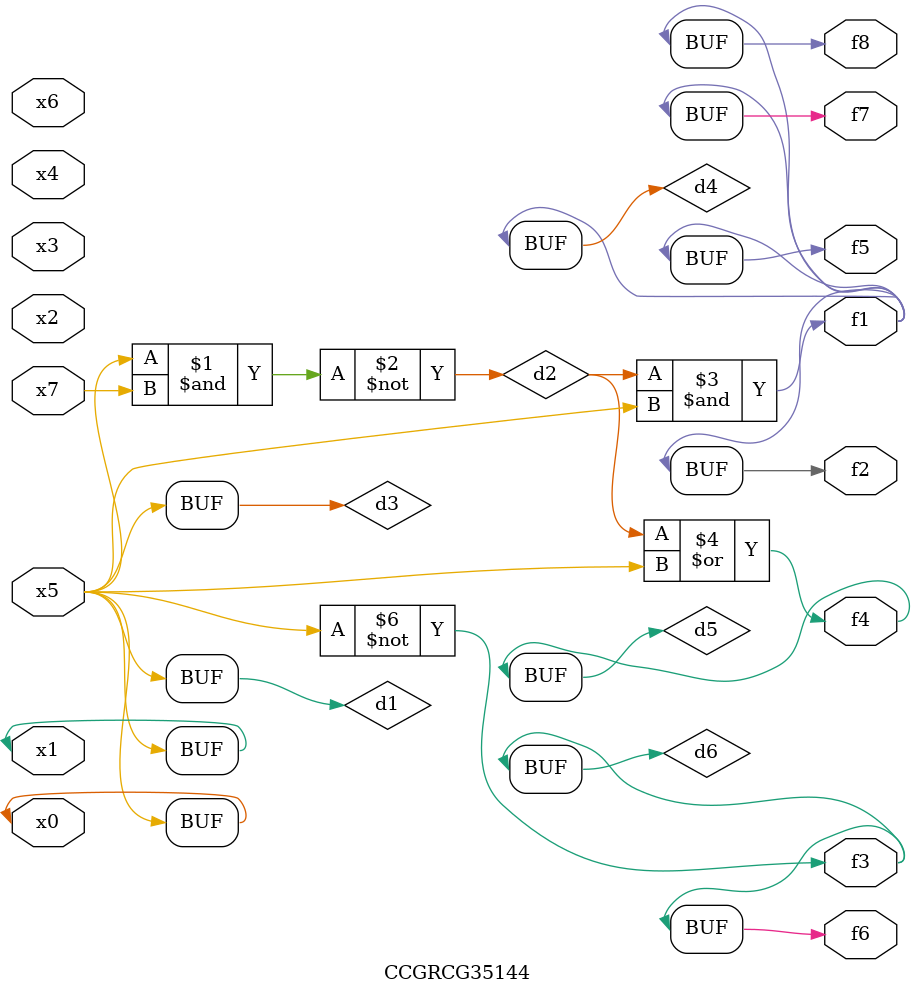
<source format=v>
module CCGRCG35144(
	input x0, x1, x2, x3, x4, x5, x6, x7,
	output f1, f2, f3, f4, f5, f6, f7, f8
);

	wire d1, d2, d3, d4, d5, d6;

	buf (d1, x0, x5);
	nand (d2, x5, x7);
	buf (d3, x0, x1);
	and (d4, d2, d3);
	or (d5, d2, d3);
	nor (d6, d1, d3);
	assign f1 = d4;
	assign f2 = d4;
	assign f3 = d6;
	assign f4 = d5;
	assign f5 = d4;
	assign f6 = d6;
	assign f7 = d4;
	assign f8 = d4;
endmodule

</source>
